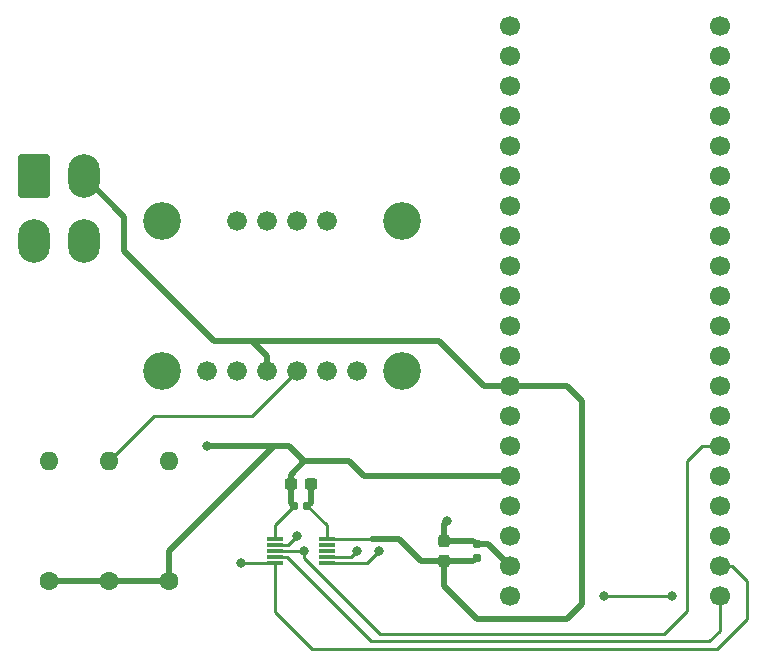
<source format=gbr>
%TF.GenerationSoftware,KiCad,Pcbnew,7.0.1*%
%TF.CreationDate,2023-05-07T00:29:04-04:00*%
%TF.ProjectId,integrated_joystick_dac,696e7465-6772-4617-9465-645f6a6f7973,rev?*%
%TF.SameCoordinates,Original*%
%TF.FileFunction,Copper,L1,Top*%
%TF.FilePolarity,Positive*%
%FSLAX46Y46*%
G04 Gerber Fmt 4.6, Leading zero omitted, Abs format (unit mm)*
G04 Created by KiCad (PCBNEW 7.0.1) date 2023-05-07 00:29:04*
%MOMM*%
%LPD*%
G01*
G04 APERTURE LIST*
G04 Aperture macros list*
%AMRoundRect*
0 Rectangle with rounded corners*
0 $1 Rounding radius*
0 $2 $3 $4 $5 $6 $7 $8 $9 X,Y pos of 4 corners*
0 Add a 4 corners polygon primitive as box body*
4,1,4,$2,$3,$4,$5,$6,$7,$8,$9,$2,$3,0*
0 Add four circle primitives for the rounded corners*
1,1,$1+$1,$2,$3*
1,1,$1+$1,$4,$5*
1,1,$1+$1,$6,$7*
1,1,$1+$1,$8,$9*
0 Add four rect primitives between the rounded corners*
20,1,$1+$1,$2,$3,$4,$5,0*
20,1,$1+$1,$4,$5,$6,$7,0*
20,1,$1+$1,$6,$7,$8,$9,0*
20,1,$1+$1,$8,$9,$2,$3,0*%
G04 Aperture macros list end*
%TA.AperFunction,SMDPad,CuDef*%
%ADD10RoundRect,0.155000X-0.212500X-0.155000X0.212500X-0.155000X0.212500X0.155000X-0.212500X0.155000X0*%
%TD*%
%TA.AperFunction,SMDPad,CuDef*%
%ADD11RoundRect,0.237500X-0.300000X-0.237500X0.300000X-0.237500X0.300000X0.237500X-0.300000X0.237500X0*%
%TD*%
%TA.AperFunction,ComponentPad*%
%ADD12C,3.200000*%
%TD*%
%TA.AperFunction,ComponentPad*%
%ADD13C,1.676400*%
%TD*%
%TA.AperFunction,SMDPad,CuDef*%
%ADD14RoundRect,0.155000X-0.155000X0.212500X-0.155000X-0.212500X0.155000X-0.212500X0.155000X0.212500X0*%
%TD*%
%TA.AperFunction,SMDPad,CuDef*%
%ADD15RoundRect,0.237500X-0.237500X0.300000X-0.237500X-0.300000X0.237500X-0.300000X0.237500X0.300000X0*%
%TD*%
%TA.AperFunction,ComponentPad*%
%ADD16RoundRect,0.250001X-1.099999X-1.599999X1.099999X-1.599999X1.099999X1.599999X-1.099999X1.599999X0*%
%TD*%
%TA.AperFunction,ComponentPad*%
%ADD17O,2.700000X3.700000*%
%TD*%
%TA.AperFunction,SMDPad,CuDef*%
%ADD18R,1.400000X0.300000*%
%TD*%
%TA.AperFunction,ComponentPad*%
%ADD19O,1.600000X1.600000*%
%TD*%
%TA.AperFunction,ComponentPad*%
%ADD20C,1.600000*%
%TD*%
%TA.AperFunction,ComponentPad*%
%ADD21C,1.700000*%
%TD*%
%TA.AperFunction,ViaPad*%
%ADD22C,0.800000*%
%TD*%
%TA.AperFunction,Conductor*%
%ADD23C,0.500000*%
%TD*%
%TA.AperFunction,Conductor*%
%ADD24C,0.250000*%
%TD*%
G04 APERTURE END LIST*
D10*
%TO.P,C3,1*%
%TO.N,/+3V3_2*%
X155982500Y-80010000D03*
%TO.P,C3,2*%
%TO.N,GND*%
X157117500Y-80010000D03*
%TD*%
D11*
%TO.P,C4,1*%
%TO.N,/+3V3_2*%
X155687500Y-78105000D03*
%TO.P,C4,2*%
%TO.N,GND*%
X157412500Y-78105000D03*
%TD*%
D12*
%TO.P,U3,*%
%TO.N,*%
X144780000Y-55880000D03*
X144780000Y-68580000D03*
X165100000Y-55880000D03*
X165100000Y-68580000D03*
D13*
%TO.P,U3,0,CSM*%
%TO.N,unconnected-(U3-CSM-Pad0)*%
X151130000Y-55880000D03*
%TO.P,U3,1,CSA*%
%TO.N,unconnected-(U3-CSA-Pad1)*%
X153670000Y-55880000D03*
%TO.P,U3,2,IA1*%
%TO.N,unconnected-(U3-IA1-Pad2)*%
X156210000Y-55880000D03*
%TO.P,U3,3,IA2*%
%TO.N,unconnected-(U3-IA2-Pad3)*%
X158750000Y-55880000D03*
%TO.P,U3,4,VIN*%
%TO.N,/+3V3_2*%
X148590000Y-68580000D03*
%TO.P,U3,5,3V*%
%TO.N,unconnected-(U3-3V-Pad5)*%
X151130000Y-68580000D03*
%TO.P,U3,6,GND*%
%TO.N,GND*%
X153670000Y-68580000D03*
%TO.P,U3,7,SCL*%
%TO.N,/SCL*%
X156210000Y-68580000D03*
%TO.P,U3,8,SDA*%
%TO.N,/SDA*%
X158750000Y-68580000D03*
%TO.P,U3,9,INTM*%
%TO.N,/INTM*%
X161290000Y-68580000D03*
%TD*%
D14*
%TO.P,C2,1*%
%TO.N,/+3V3*%
X171450000Y-83252500D03*
%TO.P,C2,2*%
%TO.N,GND*%
X171450000Y-84387500D03*
%TD*%
D15*
%TO.P,C1,1*%
%TO.N,/+3V3*%
X168656000Y-82957500D03*
%TO.P,C1,2*%
%TO.N,GND*%
X168656000Y-84682500D03*
%TD*%
D16*
%TO.P,J1,1,Pin_1*%
%TO.N,/+3V3*%
X133985000Y-52070000D03*
D17*
%TO.P,J1,2,Pin_2*%
%TO.N,GND*%
X138185000Y-52070000D03*
%TO.P,J1,3,Pin_3*%
%TO.N,/JoystickX*%
X133985000Y-57570000D03*
%TO.P,J1,4,Pin_4*%
%TO.N,/JoystickY*%
X138185000Y-57570000D03*
%TD*%
D18*
%TO.P,U2,1,VDD*%
%TO.N,/+3V3_2*%
X154350000Y-82820000D03*
%TO.P,U2,2,SCL*%
%TO.N,/SCL*%
X154350000Y-83320000D03*
%TO.P,U2,3,SDA*%
%TO.N,/SDA*%
X154350000Y-83820000D03*
%TO.P,U2,4,~{LDAC}*%
%TO.N,/LDAC*%
X154350000Y-84320000D03*
%TO.P,U2,5,RDY/~{BSY}*%
%TO.N,/RDY*%
X154350000Y-84820000D03*
%TO.P,U2,6,VOUTA*%
%TO.N,/JoystickX*%
X158750000Y-84820000D03*
%TO.P,U2,7,VOUTB*%
%TO.N,/JoystickY*%
X158750000Y-84320000D03*
%TO.P,U2,8,VOUTC*%
%TO.N,unconnected-(U2-VOUTC-Pad8)*%
X158750000Y-83820000D03*
%TO.P,U2,9,VOUTD*%
%TO.N,unconnected-(U2-VOUTD-Pad9)*%
X158750000Y-83320000D03*
%TO.P,U2,10,VSS*%
%TO.N,GND*%
X158750000Y-82820000D03*
%TD*%
D19*
%TO.P,R3,2*%
%TO.N,/RDY*%
X145415000Y-76200000D03*
D20*
%TO.P,R3,1*%
%TO.N,/+3V3_2*%
X145415000Y-86360000D03*
%TD*%
D19*
%TO.P,R2,2*%
%TO.N,/SCL*%
X140335000Y-76200000D03*
D20*
%TO.P,R2,1*%
%TO.N,/+3V3_2*%
X140335000Y-86360000D03*
%TD*%
D19*
%TO.P,R1,2*%
%TO.N,/SDA*%
X135255000Y-76200000D03*
D20*
%TO.P,R1,1*%
%TO.N,/+3V3_2*%
X135255000Y-86360000D03*
%TD*%
D21*
%TO.P,U1,40,VBUS*%
%TO.N,unconnected-(U1-VBUS-Pad40)*%
X174243000Y-87630000D03*
%TO.P,U1,39,VSYS*%
%TO.N,/+3V3*%
X174243000Y-85090000D03*
%TO.P,U1,38,GND*%
%TO.N,unconnected-(U1-GND-Pad38)*%
X174243000Y-82550000D03*
%TO.P,U1,37,3V3_EN*%
%TO.N,unconnected-(U1-3V3_EN-Pad37)*%
X174243000Y-80010000D03*
%TO.P,U1,36,3V3*%
%TO.N,/+3V3_2*%
X174243000Y-77470000D03*
%TO.P,U1,35,ADC_VREF*%
%TO.N,unconnected-(U1-ADC_VREF-Pad35)*%
X174243000Y-74930000D03*
%TO.P,U1,34,GP28/ADC2*%
%TO.N,unconnected-(U1-GP28{slash}ADC2-Pad34)*%
X174243000Y-72390000D03*
%TO.P,U1,33,GND*%
%TO.N,GND*%
X174243000Y-69850000D03*
%TO.P,U1,32,GP27/ADC1*%
%TO.N,unconnected-(U1-GP27{slash}ADC1-Pad32)*%
X174243000Y-67310000D03*
%TO.P,U1,31,GP26/ADC0*%
%TO.N,unconnected-(U1-GP26{slash}ADC0-Pad31)*%
X174243000Y-64770000D03*
%TO.P,U1,30,RUN*%
%TO.N,unconnected-(U1-RUN-Pad30)*%
X174243000Y-62230000D03*
%TO.P,U1,29,GP22*%
%TO.N,unconnected-(U1-GP22-Pad29)*%
X174243000Y-59690000D03*
%TO.P,U1,28,GND*%
%TO.N,unconnected-(U1-GND-Pad28)*%
X174243000Y-57150000D03*
%TO.P,U1,27,GP21*%
%TO.N,unconnected-(U1-GP21-Pad27)*%
X174243000Y-54610000D03*
%TO.P,U1,26,GP20*%
%TO.N,unconnected-(U1-GP20-Pad26)*%
X174243000Y-52070000D03*
%TO.P,U1,25,GP19*%
%TO.N,unconnected-(U1-GP19-Pad25)*%
X174243000Y-49530000D03*
%TO.P,U1,24,GP18*%
%TO.N,unconnected-(U1-GP18-Pad24)*%
X174243000Y-46990000D03*
%TO.P,U1,23,GND*%
%TO.N,unconnected-(U1-GND-Pad23)*%
X174243000Y-44450000D03*
%TO.P,U1,22,GP17*%
%TO.N,unconnected-(U1-GP17-Pad22)*%
X174243000Y-41910000D03*
%TO.P,U1,21,GP16*%
%TO.N,unconnected-(U1-GP16-Pad21)*%
X174243000Y-39370000D03*
%TO.P,U1,20,GP15*%
%TO.N,unconnected-(U1-GP15-Pad20)*%
X192023000Y-39370000D03*
%TO.P,U1,19,GP14*%
%TO.N,unconnected-(U1-GP14-Pad19)*%
X192023000Y-41910000D03*
%TO.P,U1,18,GND*%
%TO.N,unconnected-(U1-GND-Pad18)*%
X192023000Y-44450000D03*
%TO.P,U1,17,GP13*%
%TO.N,unconnected-(U1-GP13-Pad17)*%
X192023000Y-46990000D03*
%TO.P,U1,16,GP12*%
%TO.N,unconnected-(U1-GP12-Pad16)*%
X192023000Y-49530000D03*
%TO.P,U1,15,GP11*%
%TO.N,unconnected-(U1-GP11-Pad15)*%
X192023000Y-52070000D03*
%TO.P,U1,14,GP10*%
%TO.N,unconnected-(U1-GP10-Pad14)*%
X192023000Y-54610000D03*
%TO.P,U1,13,GND*%
%TO.N,unconnected-(U1-GND-Pad13)*%
X192023000Y-57150000D03*
%TO.P,U1,12,GP9*%
%TO.N,unconnected-(U1-GP9-Pad12)*%
X192023000Y-59690000D03*
%TO.P,U1,11,GP8*%
%TO.N,unconnected-(U1-GP8-Pad11)*%
X192023000Y-62230000D03*
%TO.P,U1,10,GP7*%
%TO.N,unconnected-(U1-GP7-Pad10)*%
X192023000Y-64770000D03*
%TO.P,U1,9,GP6*%
%TO.N,unconnected-(U1-GP6-Pad9)*%
X192023000Y-67310000D03*
%TO.P,U1,8,GND*%
%TO.N,unconnected-(U1-GND-Pad8)*%
X192023000Y-69850000D03*
%TO.P,U1,7,GP5*%
%TO.N,/SCL*%
X192023000Y-72390000D03*
%TO.P,U1,6,GP4*%
%TO.N,/SDA*%
X192023000Y-74930000D03*
%TO.P,U1,5,GP3*%
%TO.N,unconnected-(U1-GP3-Pad5)*%
X192023000Y-77470000D03*
%TO.P,U1,4,GP2*%
%TO.N,/INTM*%
X192023000Y-80010000D03*
%TO.P,U1,3,GND*%
%TO.N,unconnected-(U1-GND-Pad3)*%
X192023000Y-82550000D03*
%TO.P,U1,2,GP1*%
%TO.N,/RDY*%
X192023000Y-85090000D03*
%TO.P,U1,1,GP0*%
%TO.N,/LDAC*%
X192023000Y-87630000D03*
%TD*%
D22*
%TO.N,/INTM*%
X182245000Y-87630000D03*
X187960000Y-87630000D03*
%TO.N,/+3V3*%
X168910000Y-81280000D03*
%TO.N,/JoystickX*%
X163195000Y-83820000D03*
%TO.N,/JoystickY*%
X161290000Y-83820000D03*
%TO.N,/SDA*%
X156845000Y-83820000D03*
%TO.N,/SCL*%
X156210000Y-82550000D03*
%TO.N,/+3V3_2*%
X148590000Y-74930000D03*
%TO.N,/RDY*%
X151511000Y-84836000D03*
%TD*%
D23*
%TO.N,GND*%
X138185000Y-52070000D02*
X141605000Y-55490000D01*
X141605000Y-55490000D02*
X141605000Y-58420000D01*
X141605000Y-58420000D02*
X149225000Y-66040000D01*
X149225000Y-66040000D02*
X152400000Y-66040000D01*
D24*
%TO.N,/RDY*%
X192023000Y-85090000D02*
X193040000Y-85090000D01*
X193040000Y-85090000D02*
X194310000Y-86360000D01*
X194310000Y-86360000D02*
X194310000Y-89535000D01*
X194310000Y-89535000D02*
X191770000Y-92075000D01*
X191770000Y-92075000D02*
X157480000Y-92075000D01*
X157480000Y-92075000D02*
X154350000Y-88945000D01*
X154350000Y-88945000D02*
X154350000Y-84820000D01*
%TO.N,/SCL*%
X140335000Y-76200000D02*
X144145000Y-72390000D01*
X144145000Y-72390000D02*
X152400000Y-72390000D01*
X152400000Y-72390000D02*
X156210000Y-68580000D01*
D23*
%TO.N,/+3V3_2*%
X135255000Y-86360000D02*
X145415000Y-86360000D01*
X145415000Y-86360000D02*
X145415000Y-83820000D01*
X145415000Y-83820000D02*
X154305000Y-74930000D01*
X154305000Y-74930000D02*
X154940000Y-74930000D01*
D24*
%TO.N,/SDA*%
X156845000Y-83820000D02*
X156845000Y-84415000D01*
X190500000Y-74930000D02*
X192023000Y-74930000D01*
X156845000Y-84415000D02*
X163235000Y-90805000D01*
X163235000Y-90805000D02*
X187325000Y-90805000D01*
X187325000Y-90805000D02*
X189230000Y-88900000D01*
X189230000Y-88900000D02*
X189230000Y-76200000D01*
X189230000Y-76200000D02*
X190500000Y-74930000D01*
D23*
%TO.N,GND*%
X168275000Y-66040000D02*
X152400000Y-66040000D01*
D24*
%TO.N,/LDAC*%
X162520000Y-91440000D02*
X191135000Y-91440000D01*
D23*
%TO.N,GND*%
X172085000Y-69850000D02*
X168275000Y-66040000D01*
X168656000Y-86741000D02*
X168656000Y-84682500D01*
X174243000Y-69850000D02*
X172085000Y-69850000D01*
X171450000Y-89535000D02*
X168656000Y-86741000D01*
X179070000Y-89535000D02*
X171450000Y-89535000D01*
X180340000Y-88265000D02*
X179070000Y-89535000D01*
X180340000Y-71120000D02*
X180340000Y-88265000D01*
X179070000Y-69850000D02*
X180340000Y-71120000D01*
X174243000Y-69850000D02*
X179070000Y-69850000D01*
%TO.N,/+3V3_2*%
X160655000Y-76200000D02*
X156845000Y-76200000D01*
X161925000Y-77470000D02*
X160655000Y-76200000D01*
X174243000Y-77470000D02*
X161925000Y-77470000D01*
%TO.N,/+3V3*%
X172405500Y-83252500D02*
X174243000Y-85090000D01*
X171450000Y-83252500D02*
X172405500Y-83252500D01*
D24*
%TO.N,/LDAC*%
X154350000Y-84320000D02*
X155400000Y-84320000D01*
X155400000Y-84320000D02*
X162520000Y-91440000D01*
X191135000Y-91440000D02*
X192023000Y-90552000D01*
X192023000Y-90552000D02*
X192023000Y-87630000D01*
D23*
%TO.N,/+3V3_2*%
X148590000Y-74930000D02*
X154940000Y-74930000D01*
X154940000Y-74930000D02*
X155575000Y-74930000D01*
X155575000Y-74930000D02*
X156845000Y-76200000D01*
X156845000Y-76200000D02*
X155687500Y-77357500D01*
X155687500Y-77357500D02*
X155687500Y-78105000D01*
D24*
%TO.N,/INTM*%
X187960000Y-87630000D02*
X182245000Y-87630000D01*
D23*
%TO.N,/+3V3*%
X168656000Y-82957500D02*
X168656000Y-81534000D01*
X168656000Y-81534000D02*
X168910000Y-81280000D01*
X168656000Y-82957500D02*
X171155000Y-82957500D01*
%TO.N,GND*%
X153670000Y-68580000D02*
X153670000Y-67310000D01*
X153670000Y-67310000D02*
X152400000Y-66040000D01*
D24*
%TO.N,/JoystickX*%
X162195000Y-84820000D02*
X163195000Y-83820000D01*
X158750000Y-84820000D02*
X162195000Y-84820000D01*
%TO.N,/JoystickY*%
X160790000Y-84320000D02*
X161290000Y-83820000D01*
X158750000Y-84320000D02*
X160790000Y-84320000D01*
%TO.N,/SDA*%
X154350000Y-83820000D02*
X156845000Y-83820000D01*
%TO.N,/SCL*%
X155440000Y-83320000D02*
X156210000Y-82550000D01*
X154350000Y-83320000D02*
X155440000Y-83320000D01*
%TO.N,/RDY*%
X154350000Y-84820000D02*
X151527000Y-84820000D01*
%TO.N,GND*%
X158750000Y-82820000D02*
X158750000Y-81642500D01*
X158750000Y-81642500D02*
X157117500Y-80010000D01*
%TO.N,/+3V3_2*%
X154350000Y-82820000D02*
X154350000Y-81642500D01*
X154350000Y-81642500D02*
X155982500Y-80010000D01*
D23*
%TO.N,GND*%
X157412500Y-78105000D02*
X157412500Y-79715000D01*
X157412500Y-79715000D02*
X157117500Y-80010000D01*
%TO.N,/+3V3_2*%
X155687500Y-78105000D02*
X155687500Y-79715000D01*
X155687500Y-79715000D02*
X155982500Y-80010000D01*
%TO.N,GND*%
X168656000Y-84682500D02*
X171155000Y-84682500D01*
X171155000Y-84682500D02*
X171450000Y-84387500D01*
X168656000Y-84682500D02*
X166692500Y-84682500D01*
X166692500Y-84682500D02*
X164830000Y-82820000D01*
D24*
X158750000Y-82820000D02*
X162560000Y-82820000D01*
D23*
X164830000Y-82820000D02*
X162560000Y-82820000D01*
%TO.N,/+3V3*%
X171155000Y-82957500D02*
X171450000Y-83252500D01*
%TD*%
M02*

</source>
